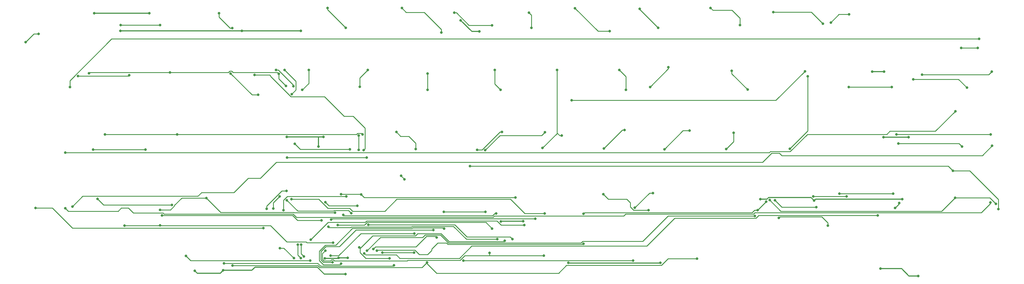
<source format=gbr>
%TF.GenerationSoftware,KiCad,Pcbnew,(5.1.12)-1*%
%TF.CreationDate,2022-03-05T19:22:20+03:30*%
%TF.ProjectId,JKB67,4a4b4236-372e-46b6-9963-61645f706362,rev?*%
%TF.SameCoordinates,Original*%
%TF.FileFunction,Copper,L1,Top*%
%TF.FilePolarity,Positive*%
%FSLAX46Y46*%
G04 Gerber Fmt 4.6, Leading zero omitted, Abs format (unit mm)*
G04 Created by KiCad (PCBNEW (5.1.12)-1) date 2022-03-05 19:22:20*
%MOMM*%
%LPD*%
G01*
G04 APERTURE LIST*
%TA.AperFunction,ViaPad*%
%ADD10C,0.800000*%
%TD*%
%TA.AperFunction,Conductor*%
%ADD11C,0.300000*%
%TD*%
%TA.AperFunction,Conductor*%
%ADD12C,0.250000*%
%TD*%
G04 APERTURE END LIST*
D10*
%TO.N,GND*%
X81924600Y-91271600D03*
X98888300Y-91261500D03*
X150822600Y-132250200D03*
X255914300Y-167983500D03*
X227593100Y-168019900D03*
X324519000Y-129375100D03*
X332202400Y-129375100D03*
X152375700Y-129318200D03*
X141067800Y-129318200D03*
X324620800Y-109206800D03*
X321011400Y-109206800D03*
X213789900Y-155167500D03*
X206869300Y-155272100D03*
X194570800Y-93495300D03*
X200328400Y-96887300D03*
X156985100Y-166498200D03*
X159854000Y-166498200D03*
X152825600Y-166617000D03*
X330251500Y-148407000D03*
X286659800Y-148453700D03*
X303156400Y-148898700D03*
%TO.N,Net-(C8-Pad1)*%
X208109900Y-161177600D03*
X163333200Y-163271000D03*
X172645500Y-166597000D03*
%TO.N,COL12*%
X295683700Y-132947800D03*
X301233100Y-110663600D03*
X292312600Y-154181700D03*
X307362500Y-156590400D03*
X284978800Y-153577000D03*
X165783500Y-164260000D03*
X305829100Y-94485900D03*
X290614700Y-90931100D03*
%TO.N,VBUS*%
X89996200Y-96672700D03*
X159169100Y-171442500D03*
X145402800Y-96672700D03*
X127321700Y-96672700D03*
X335124900Y-172031500D03*
X323519600Y-169807300D03*
X121581200Y-170317800D03*
X112849600Y-170413800D03*
X131209300Y-110250400D03*
X164760700Y-133376400D03*
X152946500Y-164238300D03*
X203418500Y-164905700D03*
X220099500Y-165825600D03*
%TO.N,Net-(C9-Pad2)*%
X148475400Y-160847900D03*
X214078200Y-156410800D03*
%TO.N,Net-(C10-Pad1)*%
X156741900Y-156423900D03*
X204215000Y-157478700D03*
%TO.N,Net-(R4-Pad1)*%
X158421300Y-153261800D03*
X205436300Y-152813300D03*
%TO.N,Net-(R5-Pad1)*%
X154762900Y-154740900D03*
X217466200Y-154442200D03*
%TO.N,/RESET*%
X166133000Y-156270600D03*
X210462200Y-160730000D03*
%TO.N,RGB_DIN*%
X64849700Y-97645700D03*
X60860500Y-100145600D03*
X63910800Y-151136900D03*
X133901100Y-157337100D03*
%TO.N,Net-(U2-Pad5)*%
X76892700Y-110568800D03*
X92666700Y-110354500D03*
%TO.N,Net-(U2-Pad4)*%
X74431900Y-114003400D03*
X353852300Y-99146000D03*
%TO.N,Net-(U3-Pad5)*%
X81569300Y-133232000D03*
X97696500Y-133232000D03*
%TO.N,Net-(U3-Pad4)*%
X73008000Y-134131400D03*
X346548600Y-121416200D03*
%TO.N,Net-(U13-Pad4)*%
X82962500Y-148328100D03*
X105838500Y-150190300D03*
%TO.N,Net-(U4-Pad4)*%
X75251300Y-150683500D03*
X357858600Y-132042000D03*
%TO.N,Net-(U5-Pad4)*%
X73070200Y-151218300D03*
X357340600Y-149439100D03*
%TO.N,Net-(U10-Pad4)*%
X90079200Y-94941900D03*
X102158100Y-94941900D03*
%TO.N,COL1*%
X102153700Y-156456100D03*
X91235600Y-156550600D03*
X155302200Y-161807200D03*
%TO.N,Net-(U14-Pad5)*%
X121816600Y-168176400D03*
X174047400Y-168713300D03*
%TO.N,COL3*%
X120260100Y-91273000D03*
X124303800Y-95838800D03*
X123868300Y-109792800D03*
X132338600Y-116339700D03*
X138886500Y-147620700D03*
X136987100Y-151350400D03*
X144488600Y-162407000D03*
X145416400Y-166561300D03*
%TO.N,Net-(U19-Pad5)*%
X143594100Y-131425000D03*
X160469000Y-133123800D03*
%TO.N,COL4*%
X141015000Y-145877600D03*
X134954600Y-151374700D03*
X139021100Y-163482900D03*
X143273600Y-166561300D03*
X147839000Y-108724500D03*
X145884200Y-114825300D03*
%TO.N,Net-(U26-Pad5)*%
X152938500Y-149396900D03*
X162748600Y-150486000D03*
%TO.N,COL5*%
X159379400Y-147596400D03*
X140124300Y-151791900D03*
X145531300Y-162408800D03*
X146388600Y-166076600D03*
X163178200Y-128902400D03*
X163210900Y-133293600D03*
X165979300Y-108722100D03*
X163555800Y-113906300D03*
X153667300Y-89704200D03*
X159195700Y-95739300D03*
%TO.N,COL6*%
X180331400Y-158992000D03*
X154569200Y-165772800D03*
X176475700Y-89673600D03*
X188625900Y-97223300D03*
X177255200Y-142303800D03*
X176226700Y-141275300D03*
X180764700Y-133029000D03*
X174795500Y-127808700D03*
X184330800Y-114790600D03*
X184330800Y-109842600D03*
%TO.N,Net-(U34-Pad5)*%
X189333900Y-152323300D03*
X202107900Y-152323300D03*
%TO.N,Net-(U35-Pad5)*%
X247570400Y-167332600D03*
X195337400Y-167294600D03*
%TO.N,COL7*%
X186118500Y-157953700D03*
X155142400Y-167817600D03*
X207262600Y-127797900D03*
X199637000Y-133299400D03*
X205061500Y-108714600D03*
X206775600Y-114788100D03*
X204163800Y-94974200D03*
X192568400Y-91155000D03*
%TO.N,COL8*%
X189458600Y-157532800D03*
X157747600Y-168253800D03*
X224147100Y-108692500D03*
X216326000Y-95757300D03*
X215560900Y-91119600D03*
X219716600Y-132701600D03*
X225637800Y-128914100D03*
%TO.N,COL9*%
X238363200Y-146885500D03*
X252286700Y-151819400D03*
X229687900Y-89737100D03*
X240322400Y-96828700D03*
X243260300Y-108735000D03*
X245292800Y-114793900D03*
X244871800Y-127148000D03*
X238557000Y-132861900D03*
%TO.N,COL10*%
X253617700Y-146539900D03*
X248016400Y-151100000D03*
X264845700Y-127385800D03*
X257162600Y-133118700D03*
X249543300Y-89891600D03*
X255252600Y-95795600D03*
X258360200Y-107921200D03*
X252764200Y-113938500D03*
%TO.N,COL11*%
X232323600Y-152893300D03*
X232323600Y-162130700D03*
X168821300Y-164252200D03*
X280407400Y-94914500D03*
X271351000Y-89650900D03*
X277852700Y-108937600D03*
X282754200Y-114778100D03*
X288428100Y-149204000D03*
X285788600Y-151801000D03*
X276115500Y-133052200D03*
X278453600Y-127998200D03*
%TO.N,Net-(U57-Pad5)*%
X303842000Y-150885100D03*
X291129400Y-148797600D03*
%TO.N,Net-(U61-Pad5)*%
X327449800Y-146750900D03*
X310981100Y-146750900D03*
%TO.N,Net-(U64-Pad5)*%
X329076400Y-131309600D03*
X348620400Y-132261500D03*
%TO.N,COL14*%
X167678400Y-163798100D03*
X187203900Y-160205400D03*
X202079700Y-133396900D03*
X220467200Y-127822000D03*
X228654700Y-118048400D03*
X300320800Y-109112000D03*
X308312200Y-94129400D03*
X313881200Y-91631000D03*
%TO.N,Net-(U60-Pad5)*%
X327035500Y-113953600D03*
X313858900Y-113953600D03*
%TO.N,Net-(U63-Pad5)*%
X350140800Y-114174900D03*
X333610700Y-111594300D03*
%TO.N,COL13*%
X329347700Y-149611700D03*
X328067300Y-151127100D03*
X322687200Y-153427700D03*
X164911600Y-165074700D03*
%TO.N,COL15*%
X197425000Y-138293700D03*
X180204600Y-164849600D03*
X170444500Y-164849600D03*
X353433300Y-101991700D03*
X348391300Y-101991700D03*
X345802000Y-139691200D03*
X359790200Y-151452500D03*
%TO.N,ROW0*%
X102758300Y-153420700D03*
X151802200Y-154958900D03*
%TO.N,ROW1*%
X160941500Y-152781400D03*
X141135900Y-148754200D03*
X140825400Y-113662500D03*
X138609100Y-109878800D03*
X357763000Y-109213300D03*
X336317600Y-110134000D03*
X105215200Y-109446500D03*
X80348500Y-109713400D03*
%TO.N,ROW2*%
X148264800Y-167286600D03*
X110154200Y-165896400D03*
X357392600Y-128518600D03*
X328452200Y-128518600D03*
X164422200Y-128499400D03*
X107400300Y-128499400D03*
X85199800Y-128499400D03*
%TO.N,ROW3*%
X211347100Y-147965600D03*
X163979200Y-147008100D03*
X157752900Y-146871100D03*
X155946900Y-152613000D03*
X289505500Y-148723300D03*
X359031100Y-149871100D03*
X346521000Y-147977700D03*
X102117100Y-151695800D03*
X116341000Y-148061800D03*
%TO.N,ROW4*%
X313130800Y-147566400D03*
X302914100Y-147566400D03*
X124467000Y-168848900D03*
X267177900Y-166727100D03*
X184217000Y-167934000D03*
%TO.N,Connector_D+*%
X140451800Y-108746300D03*
X142607800Y-116135500D03*
X141174200Y-135624600D03*
X165626900Y-135676600D03*
X153854000Y-156918200D03*
X205790300Y-160729900D03*
%TO.N,Connector_D-*%
X137800300Y-108712400D03*
X143124600Y-113685700D03*
X142548300Y-148436600D03*
X220325400Y-152863800D03*
%TD*%
D11*
%TO.N,GND*%
X98888300Y-91261500D02*
X81934700Y-91261500D01*
X81934700Y-91261500D02*
X81924600Y-91271600D01*
X150822600Y-129318200D02*
X141067800Y-129318200D01*
X152375700Y-129318200D02*
X150822600Y-129318200D01*
X150822600Y-129318200D02*
X150822600Y-132250200D01*
X321011400Y-109206800D02*
X324620800Y-109206800D01*
X156985100Y-166498200D02*
X156866300Y-166617000D01*
X156866300Y-166617000D02*
X152825600Y-166617000D01*
X227593100Y-168019900D02*
X227663000Y-168089800D01*
X227663000Y-168089800D02*
X255808000Y-168089800D01*
X255808000Y-168089800D02*
X255914300Y-167983500D01*
X332202400Y-129375100D02*
X324519000Y-129375100D01*
X303156400Y-148898700D02*
X302220700Y-147963000D01*
X302220700Y-147963000D02*
X289204800Y-147963000D01*
X289204800Y-147963000D02*
X288714200Y-148453600D01*
X288714200Y-148453600D02*
X288714200Y-148453700D01*
X288714200Y-148453700D02*
X286659800Y-148453700D01*
X303156400Y-148898700D02*
X303648100Y-148407000D01*
X303648100Y-148407000D02*
X330251500Y-148407000D01*
X206869300Y-155272100D02*
X206973900Y-155167500D01*
X206973900Y-155167500D02*
X213789900Y-155167500D01*
X200328400Y-96887300D02*
X197962800Y-96887300D01*
X197962800Y-96887300D02*
X194570800Y-93495300D01*
X159854000Y-166498200D02*
X156985100Y-166498200D01*
D12*
%TO.N,Net-(C8-Pad1)*%
X163634600Y-163572400D02*
X163333200Y-163271000D01*
X208109900Y-161177600D02*
X207832300Y-161455200D01*
X207832300Y-161455200D02*
X190989100Y-161455200D01*
X190989100Y-161455200D02*
X188529900Y-158996000D01*
X188529900Y-158996000D02*
X181353200Y-158996000D01*
X181353200Y-158996000D02*
X180631900Y-159717300D01*
X180631900Y-159717300D02*
X167489700Y-159717300D01*
X167489700Y-159717300D02*
X163634600Y-163572400D01*
X172645500Y-166597000D02*
X165408200Y-166597000D01*
X165408200Y-166597000D02*
X163634600Y-164823400D01*
X163634600Y-164823400D02*
X163634600Y-163572400D01*
%TO.N,COL12*%
X284978800Y-153577000D02*
X258307300Y-153577000D01*
X258307300Y-153577000D02*
X250478900Y-161405400D01*
X250478900Y-161405400D02*
X232023200Y-161405400D01*
X232023200Y-161405400D02*
X231523100Y-161905500D01*
X231523100Y-161905500D02*
X190802500Y-161905500D01*
X190802500Y-161905500D02*
X188343300Y-159446300D01*
X188343300Y-159446300D02*
X183570600Y-159446300D01*
X183570600Y-159446300D02*
X182849300Y-160167600D01*
X182849300Y-160167600D02*
X169875900Y-160167600D01*
X169875900Y-160167600D02*
X165783500Y-164260000D01*
X295683700Y-132947800D02*
X301233100Y-127398400D01*
X301233100Y-127398400D02*
X301233100Y-110663600D01*
X307362500Y-156590400D02*
X307362500Y-155726600D01*
X307362500Y-155726600D02*
X305513900Y-153878000D01*
X305513900Y-153878000D02*
X292616300Y-153878000D01*
X292616300Y-153878000D02*
X292312600Y-154181700D01*
X290614700Y-90931100D02*
X302274300Y-90931100D01*
X302274300Y-90931100D02*
X305829100Y-94485900D01*
D11*
%TO.N,VBUS*%
X127321700Y-96672700D02*
X89996200Y-96672700D01*
X145402800Y-96672700D02*
X127321700Y-96672700D01*
X121581200Y-170317800D02*
X130387600Y-170317800D01*
X130387600Y-170317800D02*
X131378900Y-169326500D01*
X131378900Y-169326500D02*
X150508200Y-169326500D01*
X150508200Y-169326500D02*
X152624200Y-171442500D01*
X152624200Y-171442500D02*
X159169100Y-171442500D01*
X112849600Y-170413800D02*
X113623200Y-171187400D01*
X113623200Y-171187400D02*
X120711600Y-171187400D01*
X120711600Y-171187400D02*
X121581200Y-170317800D01*
X323519600Y-169807300D02*
X330084400Y-169807300D01*
X330084400Y-169807300D02*
X332308600Y-172031500D01*
X332308600Y-172031500D02*
X335124900Y-172031500D01*
D12*
X164760700Y-133376400D02*
X165170900Y-132966200D01*
X165170900Y-132966200D02*
X165170900Y-126580200D01*
X165170900Y-126580200D02*
X161502800Y-122912100D01*
X161502800Y-122912100D02*
X158689600Y-122912100D01*
X158689600Y-122912100D02*
X152713400Y-116935900D01*
X152713400Y-116935900D02*
X142362200Y-116935900D01*
X142362200Y-116935900D02*
X136137300Y-110711000D01*
X136137300Y-110711000D02*
X136137300Y-110527200D01*
X136137300Y-110527200D02*
X135860500Y-110250400D01*
X135860500Y-110250400D02*
X131209300Y-110250400D01*
X203418500Y-165825600D02*
X195780400Y-165825600D01*
X195780400Y-165825600D02*
X194397300Y-167208700D01*
X194397300Y-167208700D02*
X178262800Y-167208700D01*
X178262800Y-167208700D02*
X178084900Y-167386600D01*
X178084900Y-167386600D02*
X155737200Y-167386600D01*
X155737200Y-167386600D02*
X155442900Y-167092300D01*
X155442900Y-167092300D02*
X154842000Y-167092300D01*
X154842000Y-167092300D02*
X154547700Y-167386600D01*
X154547700Y-167386600D02*
X152534700Y-167386600D01*
X152534700Y-167386600D02*
X152060600Y-166912500D01*
X152060600Y-166912500D02*
X152060600Y-165124200D01*
X152060600Y-165124200D02*
X152946500Y-164238300D01*
X220099500Y-165825600D02*
X203418500Y-165825600D01*
X203418500Y-165825600D02*
X203418500Y-164905700D01*
%TO.N,Net-(C9-Pad2)*%
X214078200Y-156410800D02*
X206982300Y-156410800D01*
X206982300Y-156410800D02*
X205666500Y-155095000D01*
X205666500Y-155095000D02*
X165646000Y-155095000D01*
X165646000Y-155095000D02*
X165195700Y-155545300D01*
X165195700Y-155545300D02*
X153778000Y-155545300D01*
X153778000Y-155545300D02*
X148475400Y-160847900D01*
%TO.N,Net-(C10-Pad1)*%
X204215000Y-157478700D02*
X202281600Y-155545300D01*
X202281600Y-155545300D02*
X165832600Y-155545300D01*
X165832600Y-155545300D02*
X164954100Y-156423800D01*
X164954100Y-156423800D02*
X164954100Y-156423900D01*
X164954100Y-156423900D02*
X156741900Y-156423900D01*
%TO.N,Net-(R4-Pad1)*%
X205436300Y-152813300D02*
X205024400Y-152813300D01*
X205024400Y-152813300D02*
X204331000Y-153506700D01*
X204331000Y-153506700D02*
X158666200Y-153506700D01*
X158666200Y-153506700D02*
X158421300Y-153261800D01*
%TO.N,Net-(R5-Pad1)*%
X154762900Y-154740900D02*
X155061600Y-154442200D01*
X155061600Y-154442200D02*
X217466200Y-154442200D01*
%TO.N,/RESET*%
X210462200Y-160730000D02*
X209736800Y-160004600D01*
X209736800Y-160004600D02*
X196450900Y-160004600D01*
X196450900Y-160004600D02*
X192716900Y-156270600D01*
X192716900Y-156270600D02*
X166133000Y-156270600D01*
%TO.N,RGB_DIN*%
X63910800Y-151136900D02*
X69052400Y-151136900D01*
X69052400Y-151136900D02*
X75252600Y-157337100D01*
X75252600Y-157337100D02*
X133901100Y-157337100D01*
X60860500Y-100145600D02*
X63360300Y-97645800D01*
X63360300Y-97645800D02*
X64849700Y-97645800D01*
X64849700Y-97645800D02*
X64849700Y-97645700D01*
%TO.N,Net-(U2-Pad5)*%
X76892700Y-110568800D02*
X92452400Y-110568800D01*
X92452400Y-110568800D02*
X92666700Y-110354500D01*
%TO.N,Net-(U2-Pad4)*%
X353852300Y-99146000D02*
X87289700Y-99146000D01*
X87289700Y-99146000D02*
X74431900Y-112003800D01*
X74431900Y-112003800D02*
X74431900Y-114003400D01*
%TO.N,Net-(U3-Pad5)*%
X97696500Y-133232000D02*
X81569300Y-133232000D01*
%TO.N,Net-(U3-Pad4)*%
X346548600Y-121416200D02*
X340404800Y-127560000D01*
X340404800Y-127560000D02*
X326454200Y-127560000D01*
X326454200Y-127560000D02*
X325473800Y-128540400D01*
X325473800Y-128540400D02*
X301116900Y-128540400D01*
X301116900Y-128540400D02*
X295832600Y-133824700D01*
X295832600Y-133824700D02*
X289736500Y-133824700D01*
X289736500Y-133824700D02*
X289429800Y-134131400D01*
X289429800Y-134131400D02*
X73008000Y-134131400D01*
%TO.N,Net-(U13-Pad4)*%
X105838500Y-150190300D02*
X84824700Y-150190300D01*
X84824700Y-150190300D02*
X82962500Y-148328100D01*
%TO.N,Net-(U4-Pad4)*%
X357858600Y-132042000D02*
X354876800Y-135023800D01*
X354876800Y-135023800D02*
X293248100Y-135023800D01*
X293248100Y-135023800D02*
X292524500Y-134300200D01*
X292524500Y-134300200D02*
X290123200Y-134300200D01*
X290123200Y-134300200D02*
X287365900Y-137057500D01*
X287365900Y-137057500D02*
X137917200Y-137057500D01*
X137917200Y-137057500D02*
X132987300Y-141987400D01*
X132987300Y-141987400D02*
X129270300Y-141987400D01*
X129270300Y-141987400D02*
X124858300Y-146399400D01*
X124858300Y-146399400D02*
X114927300Y-146399400D01*
X114927300Y-146399400D02*
X113789300Y-147537400D01*
X113789300Y-147537400D02*
X78397400Y-147537400D01*
X78397400Y-147537400D02*
X75251300Y-150683500D01*
%TO.N,Net-(U5-Pad4)*%
X357340600Y-149439100D02*
X357340600Y-149788600D01*
X357340600Y-149788600D02*
X354557200Y-152572000D01*
X354557200Y-152572000D02*
X284957800Y-152572000D01*
X284957800Y-152572000D02*
X284507500Y-153022300D01*
X284507500Y-153022300D02*
X245269100Y-153022300D01*
X245269100Y-153022300D02*
X244672800Y-153618600D01*
X244672800Y-153618600D02*
X204896000Y-153618600D01*
X204896000Y-153618600D02*
X204522700Y-153991900D01*
X204522700Y-153991900D02*
X144050700Y-153991900D01*
X144050700Y-153991900D02*
X143026400Y-152967600D01*
X143026400Y-152967600D02*
X103331000Y-152967600D01*
X103331000Y-152967600D02*
X103058800Y-152695400D01*
X103058800Y-152695400D02*
X93969600Y-152695400D01*
X93969600Y-152695400D02*
X92413900Y-151139700D01*
X92413900Y-151139700D02*
X90239600Y-151139700D01*
X90239600Y-151139700D02*
X89259900Y-152119400D01*
X89259900Y-152119400D02*
X73971300Y-152119400D01*
X73971300Y-152119400D02*
X73070200Y-151218300D01*
%TO.N,Net-(U10-Pad4)*%
X102158100Y-94941900D02*
X90079200Y-94941900D01*
%TO.N,COL1*%
X102153700Y-156550600D02*
X91235600Y-156550600D01*
X155302200Y-161807200D02*
X147262800Y-161807200D01*
X147262800Y-161807200D02*
X146992400Y-161536800D01*
X146992400Y-161536800D02*
X141102700Y-161536800D01*
X141102700Y-161536800D02*
X136116500Y-156550600D01*
X136116500Y-156550600D02*
X102153700Y-156550600D01*
X102153700Y-156550600D02*
X102153700Y-156456100D01*
%TO.N,Net-(U14-Pad5)*%
X174047400Y-168713300D02*
X173767500Y-168993200D01*
X173767500Y-168993200D02*
X151484000Y-168993200D01*
X151484000Y-168993200D02*
X150614300Y-168123500D01*
X150614300Y-168123500D02*
X121869500Y-168123500D01*
X121869500Y-168123500D02*
X121816600Y-168176400D01*
%TO.N,COL3*%
X124303800Y-95838800D02*
X123663900Y-95838800D01*
X123663900Y-95838800D02*
X120260100Y-92435000D01*
X120260100Y-92435000D02*
X120260100Y-91273000D01*
X144488600Y-162407000D02*
X144488600Y-165633500D01*
X144488600Y-165633500D02*
X145416400Y-166561300D01*
X132338600Y-116339700D02*
X130415200Y-116339700D01*
X130415200Y-116339700D02*
X123868300Y-109792800D01*
X136987100Y-151350400D02*
X136987100Y-149520100D01*
X136987100Y-149520100D02*
X138886500Y-147620700D01*
%TO.N,Net-(U19-Pad5)*%
X160469000Y-133123800D02*
X145292900Y-133123800D01*
X145292900Y-133123800D02*
X143594100Y-131425000D01*
%TO.N,COL4*%
X139021100Y-163482900D02*
X139021100Y-163483000D01*
X139021100Y-163483000D02*
X140195300Y-163483000D01*
X140195300Y-163483000D02*
X143273600Y-166561300D01*
X134954600Y-151374700D02*
X134954600Y-150517400D01*
X134954600Y-150517400D02*
X139594300Y-145877700D01*
X139594300Y-145877700D02*
X141015000Y-145877700D01*
X141015000Y-145877700D02*
X141015000Y-145877600D01*
X145884200Y-114825300D02*
X147839000Y-112870500D01*
X147839000Y-112870500D02*
X147839000Y-108724500D01*
%TO.N,Net-(U26-Pad5)*%
X162748600Y-150486000D02*
X154027600Y-150486000D01*
X154027600Y-150486000D02*
X152938500Y-149396900D01*
%TO.N,COL5*%
X145531300Y-162408800D02*
X145531300Y-165219300D01*
X145531300Y-165219300D02*
X146388600Y-166076600D01*
X140124300Y-151791900D02*
X140124300Y-148733900D01*
X140124300Y-148733900D02*
X141261800Y-147596400D01*
X141261800Y-147596400D02*
X159379400Y-147596400D01*
X163210900Y-133293600D02*
X163178200Y-133260900D01*
X163178200Y-133260900D02*
X163178200Y-128902400D01*
X163555800Y-113906300D02*
X163555800Y-111145600D01*
X163555800Y-111145600D02*
X165979300Y-108722100D01*
X159195700Y-95739300D02*
X153667300Y-90210900D01*
X153667300Y-90210900D02*
X153667300Y-89704200D01*
%TO.N,COL6*%
X180764700Y-133029000D02*
X180764700Y-131283400D01*
X180764700Y-131283400D02*
X178589600Y-129108300D01*
X178589600Y-129108300D02*
X176095100Y-129108300D01*
X176095100Y-129108300D02*
X174795500Y-127808700D01*
X154569200Y-165772800D02*
X157059700Y-165772800D01*
X157059700Y-165772800D02*
X163840500Y-158992000D01*
X163840500Y-158992000D02*
X180331400Y-158992000D01*
X188625900Y-97223300D02*
X188625900Y-96251000D01*
X188625900Y-96251000D02*
X183371000Y-90996100D01*
X183371000Y-90996100D02*
X177798200Y-90996100D01*
X177798200Y-90996100D02*
X176475700Y-89673600D01*
X177255200Y-142303800D02*
X176226700Y-141275300D01*
X184330800Y-109842600D02*
X184330800Y-114790600D01*
%TO.N,Net-(U34-Pad5)*%
X189333900Y-152323300D02*
X202107900Y-152323300D01*
%TO.N,Net-(U35-Pad5)*%
X247570400Y-167332600D02*
X247532400Y-167294600D01*
X247532400Y-167294600D02*
X195337400Y-167294600D01*
%TO.N,COL7*%
X155142400Y-167817600D02*
X155114400Y-167845600D01*
X155114400Y-167845600D02*
X152334700Y-167845600D01*
X152334700Y-167845600D02*
X151588600Y-167099500D01*
X151588600Y-167099500D02*
X151588600Y-164561100D01*
X151588600Y-164561100D02*
X153119600Y-163030100D01*
X153119600Y-163030100D02*
X157314700Y-163030100D01*
X157314700Y-163030100D02*
X162391100Y-157953700D01*
X162391100Y-157953700D02*
X186118500Y-157953700D01*
X207262600Y-127797900D02*
X206653000Y-127797900D01*
X206653000Y-127797900D02*
X201151600Y-133299300D01*
X201151600Y-133299300D02*
X201151600Y-133299400D01*
X201151600Y-133299400D02*
X199637000Y-133299400D01*
X204163800Y-94974200D02*
X197075500Y-94974200D01*
X197075500Y-94974200D02*
X193256300Y-91155000D01*
X193256300Y-91155000D02*
X192568400Y-91155000D01*
X206775600Y-114788100D02*
X205061500Y-113074000D01*
X205061500Y-113074000D02*
X205061500Y-108714600D01*
%TO.N,COL8*%
X189458600Y-157532800D02*
X189154200Y-157228400D01*
X189154200Y-157228400D02*
X179795500Y-157228400D01*
X179795500Y-157228400D02*
X179577600Y-157446300D01*
X179577600Y-157446300D02*
X161290100Y-157446300D01*
X161290100Y-157446300D02*
X156156700Y-162579700D01*
X156156700Y-162579700D02*
X152928500Y-162579700D01*
X152928500Y-162579700D02*
X151092800Y-164415400D01*
X151092800Y-164415400D02*
X151092800Y-167283200D01*
X151092800Y-167283200D02*
X152352500Y-168542900D01*
X152352500Y-168542900D02*
X157458500Y-168542900D01*
X157458500Y-168542900D02*
X157747600Y-168253800D01*
X224249100Y-128169100D02*
X224147100Y-128067200D01*
X224147100Y-128067200D02*
X224147100Y-108692500D01*
X225637800Y-128914100D02*
X224994000Y-128914100D01*
X224994000Y-128914100D02*
X224249100Y-128169100D01*
X224249100Y-128169100D02*
X219716600Y-132701600D01*
X215560900Y-91119600D02*
X216326000Y-91884700D01*
X216326000Y-91884700D02*
X216326000Y-95757300D01*
%TO.N,COL9*%
X252286700Y-151819400D02*
X252252700Y-151853400D01*
X252252700Y-151853400D02*
X247686900Y-151853400D01*
X247686900Y-151853400D02*
X246662200Y-150828700D01*
X246662200Y-150828700D02*
X246662200Y-149571100D01*
X246662200Y-149571100D02*
X245552700Y-148461600D01*
X245552700Y-148461600D02*
X239939300Y-148461600D01*
X239939300Y-148461600D02*
X238363200Y-146885500D01*
X240322400Y-96828700D02*
X236779500Y-96828700D01*
X236779500Y-96828700D02*
X229687900Y-89737100D01*
X245292800Y-114793900D02*
X245292800Y-110767500D01*
X245292800Y-110767500D02*
X243260300Y-108735000D01*
X238557000Y-132861900D02*
X244270900Y-127148000D01*
X244270900Y-127148000D02*
X244871800Y-127148000D01*
%TO.N,COL10*%
X248016400Y-151100000D02*
X252576500Y-146539900D01*
X252576500Y-146539900D02*
X253617700Y-146539900D01*
X257162600Y-133118700D02*
X262895500Y-127385800D01*
X262895500Y-127385800D02*
X264845700Y-127385800D01*
X255252600Y-95795600D02*
X249543300Y-90086300D01*
X249543300Y-90086300D02*
X249543300Y-89891600D01*
X252764200Y-113938500D02*
X258360100Y-108342600D01*
X258360100Y-108342600D02*
X258360100Y-107921200D01*
X258360100Y-107921200D02*
X258360200Y-107921200D01*
%TO.N,COL11*%
X232323600Y-162130700D02*
X232098500Y-162355800D01*
X232098500Y-162355800D02*
X190615900Y-162355800D01*
X190615900Y-162355800D02*
X190172200Y-161912100D01*
X190172200Y-161912100D02*
X187519400Y-161912100D01*
X187519400Y-161912100D02*
X185667000Y-163764500D01*
X185667000Y-163764500D02*
X185666900Y-163764500D01*
X185666900Y-163764500D02*
X185666900Y-164150700D01*
X185666900Y-164150700D02*
X184355300Y-165462300D01*
X184355300Y-165462300D02*
X181843100Y-165462300D01*
X181843100Y-165462300D02*
X180505100Y-164124300D01*
X180505100Y-164124300D02*
X168949200Y-164124300D01*
X168949200Y-164124300D02*
X168821300Y-164252200D01*
X232323600Y-152893300D02*
X232644900Y-152572000D01*
X232644900Y-152572000D02*
X284095600Y-152572000D01*
X284095600Y-152572000D02*
X284866600Y-151801000D01*
X284866600Y-151801000D02*
X285788600Y-151801000D01*
X288428100Y-149204000D02*
X288385600Y-149204000D01*
X288385600Y-149204000D02*
X285788600Y-151801000D01*
X271351000Y-89650900D02*
X272087300Y-90387200D01*
X272087300Y-90387200D02*
X277944300Y-90387200D01*
X277944300Y-90387200D02*
X280407400Y-92850300D01*
X280407400Y-92850300D02*
X280407400Y-94914500D01*
X282754200Y-114778100D02*
X277852700Y-109876600D01*
X277852700Y-109876600D02*
X277852700Y-108937600D01*
X278453600Y-127998200D02*
X278453600Y-130714100D01*
X278453600Y-130714100D02*
X276115500Y-133052200D01*
%TO.N,Net-(U57-Pad5)*%
X303842000Y-150885100D02*
X293216900Y-150885100D01*
X293216900Y-150885100D02*
X291129400Y-148797600D01*
%TO.N,Net-(U61-Pad5)*%
X310981100Y-146750900D02*
X327449800Y-146750900D01*
%TO.N,Net-(U64-Pad5)*%
X348620400Y-132261500D02*
X347668500Y-131309600D01*
X347668500Y-131309600D02*
X329076400Y-131309600D01*
%TO.N,COL14*%
X167678400Y-163798100D02*
X168385700Y-163090800D01*
X168385700Y-163090800D02*
X180829800Y-163090800D01*
X180829800Y-163090800D02*
X184024000Y-159896600D01*
X184024000Y-159896600D02*
X186895100Y-159896600D01*
X186895100Y-159896600D02*
X187203900Y-160205400D01*
X300320800Y-109112000D02*
X291384400Y-118048400D01*
X291384400Y-118048400D02*
X228654700Y-118048400D01*
X220467200Y-127822000D02*
X219409900Y-128879300D01*
X219409900Y-128879300D02*
X206597300Y-128879300D01*
X206597300Y-128879300D02*
X202079700Y-133396900D01*
X313881200Y-91631000D02*
X310810600Y-91631000D01*
X310810600Y-91631000D02*
X308312200Y-94129400D01*
%TO.N,Net-(U60-Pad5)*%
X313858900Y-113953600D02*
X327035500Y-113953600D01*
%TO.N,Net-(U63-Pad5)*%
X333610700Y-111594300D02*
X347560200Y-111594300D01*
X347560200Y-111594300D02*
X350140800Y-114174900D01*
%TO.N,COL13*%
X164911600Y-165074700D02*
X165411800Y-165574900D01*
X165411800Y-165574900D02*
X174773100Y-165574900D01*
X174773100Y-165574900D02*
X175795200Y-166597000D01*
X175795200Y-166597000D02*
X194165000Y-166597000D01*
X194165000Y-166597000D02*
X197955900Y-162806100D01*
X197955900Y-162806100D02*
X231973300Y-162806100D01*
X231973300Y-162806100D02*
X232023200Y-162856000D01*
X232023200Y-162856000D02*
X251774800Y-162856000D01*
X251774800Y-162856000D02*
X260328500Y-154302300D01*
X260328500Y-154302300D02*
X285279300Y-154302300D01*
X285279300Y-154302300D02*
X286153800Y-153427800D01*
X286153800Y-153427800D02*
X286153800Y-153427700D01*
X286153800Y-153427700D02*
X322687200Y-153427700D01*
X328067300Y-151127100D02*
X329347700Y-149846700D01*
X329347700Y-149846700D02*
X329347700Y-149611700D01*
%TO.N,COL15*%
X180204600Y-164849600D02*
X170444500Y-164849600D01*
X345802000Y-139691200D02*
X344404500Y-138293700D01*
X344404500Y-138293700D02*
X197425000Y-138293700D01*
X359790200Y-151452500D02*
X359790200Y-148480700D01*
X359790200Y-148480700D02*
X351000700Y-139691200D01*
X351000700Y-139691200D02*
X345802000Y-139691200D01*
X353433300Y-101991700D02*
X348391300Y-101991700D01*
%TO.N,ROW0*%
X151802200Y-154958900D02*
X144380800Y-154958900D01*
X144380800Y-154958900D02*
X142842600Y-153420700D01*
X142842600Y-153420700D02*
X102758300Y-153420700D01*
%TO.N,ROW1*%
X138609100Y-109878800D02*
X138226800Y-109496500D01*
X138226800Y-109496500D02*
X124597800Y-109496500D01*
X124597800Y-109496500D02*
X124168800Y-109067500D01*
X124168800Y-109067500D02*
X123567900Y-109067500D01*
X123567900Y-109067500D02*
X123188900Y-109446500D01*
X123188900Y-109446500D02*
X105215200Y-109446500D01*
X105215200Y-109446500D02*
X80615400Y-109446500D01*
X80615400Y-109446500D02*
X80348500Y-109713400D01*
X140825400Y-113662500D02*
X138609100Y-111446200D01*
X138609100Y-111446200D02*
X138609100Y-109878800D01*
X160941500Y-152781400D02*
X160032700Y-151872600D01*
X160032700Y-151872600D02*
X155661600Y-151872600D01*
X155661600Y-151872600D02*
X155446100Y-152088100D01*
X155446100Y-152088100D02*
X144469800Y-152088100D01*
X144469800Y-152088100D02*
X141135900Y-148754200D01*
X357763000Y-109213300D02*
X356842300Y-110134000D01*
X356842300Y-110134000D02*
X336317600Y-110134000D01*
%TO.N,ROW2*%
X110154200Y-165896400D02*
X111544400Y-167286600D01*
X111544400Y-167286600D02*
X148264800Y-167286600D01*
X164422200Y-128499400D02*
X164099900Y-128177100D01*
X164099900Y-128177100D02*
X162877800Y-128177100D01*
X162877800Y-128177100D02*
X162555500Y-128499400D01*
X162555500Y-128499400D02*
X107400300Y-128499400D01*
X328452200Y-128518600D02*
X357392600Y-128518600D01*
X85199800Y-128499400D02*
X107400300Y-128499400D01*
%TO.N,ROW3*%
X102117100Y-151695800D02*
X105358800Y-151695800D01*
X105358800Y-151695800D02*
X106563800Y-150490800D01*
X106563800Y-150490800D02*
X106563800Y-150317000D01*
X106563800Y-150317000D02*
X108819000Y-148061800D01*
X108819000Y-148061800D02*
X116341000Y-148061800D01*
X155946900Y-152613000D02*
X143308700Y-152613000D01*
X143308700Y-152613000D02*
X143213000Y-152517300D01*
X143213000Y-152517300D02*
X120796500Y-152517300D01*
X120796500Y-152517300D02*
X116341000Y-148061800D01*
X163979200Y-147008100D02*
X163842200Y-146871100D01*
X163842200Y-146871100D02*
X157752900Y-146871100D01*
X163979200Y-147008100D02*
X164936700Y-147965600D01*
X164936700Y-147965600D02*
X211347100Y-147965600D01*
X346521000Y-147977700D02*
X342377000Y-152121700D01*
X342377000Y-152121700D02*
X292903900Y-152121700D01*
X292903900Y-152121700D02*
X289505500Y-148723300D01*
X359031100Y-149871100D02*
X357137700Y-147977700D01*
X357137700Y-147977700D02*
X346521000Y-147977700D01*
%TO.N,ROW4*%
X124467000Y-168848900D02*
X150702800Y-168848900D01*
X150702800Y-168848900D02*
X151297400Y-169443500D01*
X151297400Y-169443500D02*
X182707500Y-169443500D01*
X182707500Y-169443500D02*
X184217000Y-167934000D01*
X184217000Y-167934000D02*
X184217000Y-168257400D01*
X184217000Y-168257400D02*
X187148200Y-171188600D01*
X187148200Y-171188600D02*
X224629100Y-171188600D01*
X224629100Y-171188600D02*
X227072500Y-168745200D01*
X227072500Y-168745200D02*
X256250400Y-168745200D01*
X256250400Y-168745200D02*
X258268500Y-166727100D01*
X258268500Y-166727100D02*
X267177900Y-166727100D01*
X313130800Y-147566400D02*
X302914100Y-147566400D01*
%TO.N,Connector_D+*%
X165626900Y-135676600D02*
X141226200Y-135676600D01*
X141226200Y-135676600D02*
X141174200Y-135624600D01*
X205790300Y-160729900D02*
X196314400Y-160729900D01*
X196314400Y-160729900D02*
X192362600Y-156778100D01*
X192362600Y-156778100D02*
X179608900Y-156778100D01*
X179608900Y-156778100D02*
X179391000Y-156996000D01*
X179391000Y-156996000D02*
X160878600Y-156996000D01*
X160878600Y-156996000D02*
X160709700Y-157164900D01*
X160709700Y-157164900D02*
X154100700Y-157164900D01*
X154100700Y-157164900D02*
X153854000Y-156918200D01*
X140451800Y-108746300D02*
X143899600Y-112194100D01*
X143899600Y-112194100D02*
X143899600Y-114843700D01*
X143899600Y-114843700D02*
X142607800Y-116135500D01*
%TO.N,Connector_D-*%
X143124600Y-113685700D02*
X143124600Y-113368500D01*
X143124600Y-113368500D02*
X138468500Y-108712400D01*
X138468500Y-108712400D02*
X137800300Y-108712400D01*
X220325400Y-152863800D02*
X214269700Y-152863800D01*
X214269700Y-152863800D02*
X209854600Y-148448700D01*
X209854600Y-148448700D02*
X174887500Y-148448700D01*
X174887500Y-148448700D02*
X171210300Y-152125900D01*
X171210300Y-152125900D02*
X161311800Y-152125900D01*
X161311800Y-152125900D02*
X160440600Y-151254700D01*
X160440600Y-151254700D02*
X153740100Y-151254700D01*
X153740100Y-151254700D02*
X150922000Y-148436600D01*
X150922000Y-148436600D02*
X142548300Y-148436600D01*
%TD*%
M02*

</source>
